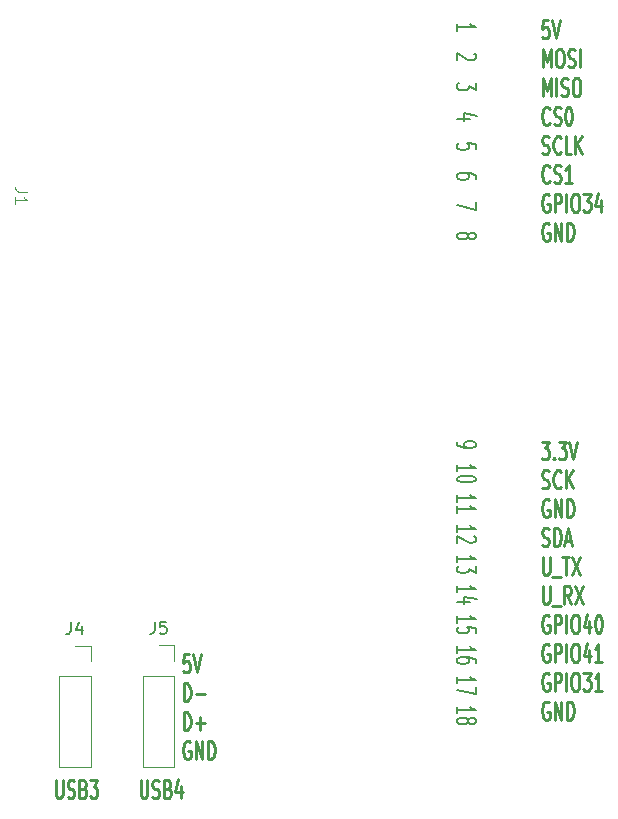
<source format=gbr>
%TF.GenerationSoftware,KiCad,Pcbnew,9.0.2*%
%TF.CreationDate,2025-06-12T08:57:52+10:00*%
%TF.ProjectId,F0-uConsole,46302d75-436f-46e7-936f-6c652e6b6963,rev?*%
%TF.SameCoordinates,Original*%
%TF.FileFunction,Legend,Top*%
%TF.FilePolarity,Positive*%
%FSLAX46Y46*%
G04 Gerber Fmt 4.6, Leading zero omitted, Abs format (unit mm)*
G04 Created by KiCad (PCBNEW 9.0.2) date 2025-06-12 08:57:52*
%MOMM*%
%LPD*%
G01*
G04 APERTURE LIST*
%ADD10C,0.250000*%
%ADD11C,0.200000*%
%ADD12C,0.150000*%
%ADD13C,0.100000*%
%ADD14C,0.120000*%
G04 APERTURE END LIST*
D10*
X151207330Y-83628163D02*
X151826377Y-83628163D01*
X151826377Y-83628163D02*
X151493044Y-84207211D01*
X151493044Y-84207211D02*
X151635901Y-84207211D01*
X151635901Y-84207211D02*
X151731139Y-84279592D01*
X151731139Y-84279592D02*
X151778758Y-84351973D01*
X151778758Y-84351973D02*
X151826377Y-84496735D01*
X151826377Y-84496735D02*
X151826377Y-84858640D01*
X151826377Y-84858640D02*
X151778758Y-85003402D01*
X151778758Y-85003402D02*
X151731139Y-85075783D01*
X151731139Y-85075783D02*
X151635901Y-85148163D01*
X151635901Y-85148163D02*
X151350187Y-85148163D01*
X151350187Y-85148163D02*
X151254949Y-85075783D01*
X151254949Y-85075783D02*
X151207330Y-85003402D01*
X152254949Y-85003402D02*
X152302568Y-85075783D01*
X152302568Y-85075783D02*
X152254949Y-85148163D01*
X152254949Y-85148163D02*
X152207330Y-85075783D01*
X152207330Y-85075783D02*
X152254949Y-85003402D01*
X152254949Y-85003402D02*
X152254949Y-85148163D01*
X152635901Y-83628163D02*
X153254948Y-83628163D01*
X153254948Y-83628163D02*
X152921615Y-84207211D01*
X152921615Y-84207211D02*
X153064472Y-84207211D01*
X153064472Y-84207211D02*
X153159710Y-84279592D01*
X153159710Y-84279592D02*
X153207329Y-84351973D01*
X153207329Y-84351973D02*
X153254948Y-84496735D01*
X153254948Y-84496735D02*
X153254948Y-84858640D01*
X153254948Y-84858640D02*
X153207329Y-85003402D01*
X153207329Y-85003402D02*
X153159710Y-85075783D01*
X153159710Y-85075783D02*
X153064472Y-85148163D01*
X153064472Y-85148163D02*
X152778758Y-85148163D01*
X152778758Y-85148163D02*
X152683520Y-85075783D01*
X152683520Y-85075783D02*
X152635901Y-85003402D01*
X153540663Y-83628163D02*
X153873996Y-85148163D01*
X153873996Y-85148163D02*
X154207329Y-83628163D01*
X151254949Y-87522898D02*
X151397806Y-87595278D01*
X151397806Y-87595278D02*
X151635901Y-87595278D01*
X151635901Y-87595278D02*
X151731139Y-87522898D01*
X151731139Y-87522898D02*
X151778758Y-87450517D01*
X151778758Y-87450517D02*
X151826377Y-87305755D01*
X151826377Y-87305755D02*
X151826377Y-87160993D01*
X151826377Y-87160993D02*
X151778758Y-87016231D01*
X151778758Y-87016231D02*
X151731139Y-86943850D01*
X151731139Y-86943850D02*
X151635901Y-86871469D01*
X151635901Y-86871469D02*
X151445425Y-86799088D01*
X151445425Y-86799088D02*
X151350187Y-86726707D01*
X151350187Y-86726707D02*
X151302568Y-86654326D01*
X151302568Y-86654326D02*
X151254949Y-86509564D01*
X151254949Y-86509564D02*
X151254949Y-86364802D01*
X151254949Y-86364802D02*
X151302568Y-86220040D01*
X151302568Y-86220040D02*
X151350187Y-86147659D01*
X151350187Y-86147659D02*
X151445425Y-86075278D01*
X151445425Y-86075278D02*
X151683520Y-86075278D01*
X151683520Y-86075278D02*
X151826377Y-86147659D01*
X152826377Y-87450517D02*
X152778758Y-87522898D01*
X152778758Y-87522898D02*
X152635901Y-87595278D01*
X152635901Y-87595278D02*
X152540663Y-87595278D01*
X152540663Y-87595278D02*
X152397806Y-87522898D01*
X152397806Y-87522898D02*
X152302568Y-87378136D01*
X152302568Y-87378136D02*
X152254949Y-87233374D01*
X152254949Y-87233374D02*
X152207330Y-86943850D01*
X152207330Y-86943850D02*
X152207330Y-86726707D01*
X152207330Y-86726707D02*
X152254949Y-86437183D01*
X152254949Y-86437183D02*
X152302568Y-86292421D01*
X152302568Y-86292421D02*
X152397806Y-86147659D01*
X152397806Y-86147659D02*
X152540663Y-86075278D01*
X152540663Y-86075278D02*
X152635901Y-86075278D01*
X152635901Y-86075278D02*
X152778758Y-86147659D01*
X152778758Y-86147659D02*
X152826377Y-86220040D01*
X153254949Y-87595278D02*
X153254949Y-86075278D01*
X153826377Y-87595278D02*
X153397806Y-86726707D01*
X153826377Y-86075278D02*
X153254949Y-86943850D01*
X151826377Y-88594774D02*
X151731139Y-88522393D01*
X151731139Y-88522393D02*
X151588282Y-88522393D01*
X151588282Y-88522393D02*
X151445425Y-88594774D01*
X151445425Y-88594774D02*
X151350187Y-88739536D01*
X151350187Y-88739536D02*
X151302568Y-88884298D01*
X151302568Y-88884298D02*
X151254949Y-89173822D01*
X151254949Y-89173822D02*
X151254949Y-89390965D01*
X151254949Y-89390965D02*
X151302568Y-89680489D01*
X151302568Y-89680489D02*
X151350187Y-89825251D01*
X151350187Y-89825251D02*
X151445425Y-89970013D01*
X151445425Y-89970013D02*
X151588282Y-90042393D01*
X151588282Y-90042393D02*
X151683520Y-90042393D01*
X151683520Y-90042393D02*
X151826377Y-89970013D01*
X151826377Y-89970013D02*
X151873996Y-89897632D01*
X151873996Y-89897632D02*
X151873996Y-89390965D01*
X151873996Y-89390965D02*
X151683520Y-89390965D01*
X152302568Y-90042393D02*
X152302568Y-88522393D01*
X152302568Y-88522393D02*
X152873996Y-90042393D01*
X152873996Y-90042393D02*
X152873996Y-88522393D01*
X153350187Y-90042393D02*
X153350187Y-88522393D01*
X153350187Y-88522393D02*
X153588282Y-88522393D01*
X153588282Y-88522393D02*
X153731139Y-88594774D01*
X153731139Y-88594774D02*
X153826377Y-88739536D01*
X153826377Y-88739536D02*
X153873996Y-88884298D01*
X153873996Y-88884298D02*
X153921615Y-89173822D01*
X153921615Y-89173822D02*
X153921615Y-89390965D01*
X153921615Y-89390965D02*
X153873996Y-89680489D01*
X153873996Y-89680489D02*
X153826377Y-89825251D01*
X153826377Y-89825251D02*
X153731139Y-89970013D01*
X153731139Y-89970013D02*
X153588282Y-90042393D01*
X153588282Y-90042393D02*
X153350187Y-90042393D01*
X151254949Y-92417128D02*
X151397806Y-92489508D01*
X151397806Y-92489508D02*
X151635901Y-92489508D01*
X151635901Y-92489508D02*
X151731139Y-92417128D01*
X151731139Y-92417128D02*
X151778758Y-92344747D01*
X151778758Y-92344747D02*
X151826377Y-92199985D01*
X151826377Y-92199985D02*
X151826377Y-92055223D01*
X151826377Y-92055223D02*
X151778758Y-91910461D01*
X151778758Y-91910461D02*
X151731139Y-91838080D01*
X151731139Y-91838080D02*
X151635901Y-91765699D01*
X151635901Y-91765699D02*
X151445425Y-91693318D01*
X151445425Y-91693318D02*
X151350187Y-91620937D01*
X151350187Y-91620937D02*
X151302568Y-91548556D01*
X151302568Y-91548556D02*
X151254949Y-91403794D01*
X151254949Y-91403794D02*
X151254949Y-91259032D01*
X151254949Y-91259032D02*
X151302568Y-91114270D01*
X151302568Y-91114270D02*
X151350187Y-91041889D01*
X151350187Y-91041889D02*
X151445425Y-90969508D01*
X151445425Y-90969508D02*
X151683520Y-90969508D01*
X151683520Y-90969508D02*
X151826377Y-91041889D01*
X152254949Y-92489508D02*
X152254949Y-90969508D01*
X152254949Y-90969508D02*
X152493044Y-90969508D01*
X152493044Y-90969508D02*
X152635901Y-91041889D01*
X152635901Y-91041889D02*
X152731139Y-91186651D01*
X152731139Y-91186651D02*
X152778758Y-91331413D01*
X152778758Y-91331413D02*
X152826377Y-91620937D01*
X152826377Y-91620937D02*
X152826377Y-91838080D01*
X152826377Y-91838080D02*
X152778758Y-92127604D01*
X152778758Y-92127604D02*
X152731139Y-92272366D01*
X152731139Y-92272366D02*
X152635901Y-92417128D01*
X152635901Y-92417128D02*
X152493044Y-92489508D01*
X152493044Y-92489508D02*
X152254949Y-92489508D01*
X153207330Y-92055223D02*
X153683520Y-92055223D01*
X153112092Y-92489508D02*
X153445425Y-90969508D01*
X153445425Y-90969508D02*
X153778758Y-92489508D01*
X151302568Y-93416623D02*
X151302568Y-94647100D01*
X151302568Y-94647100D02*
X151350187Y-94791862D01*
X151350187Y-94791862D02*
X151397806Y-94864243D01*
X151397806Y-94864243D02*
X151493044Y-94936623D01*
X151493044Y-94936623D02*
X151683520Y-94936623D01*
X151683520Y-94936623D02*
X151778758Y-94864243D01*
X151778758Y-94864243D02*
X151826377Y-94791862D01*
X151826377Y-94791862D02*
X151873996Y-94647100D01*
X151873996Y-94647100D02*
X151873996Y-93416623D01*
X152112092Y-95081385D02*
X152873996Y-95081385D01*
X152969235Y-93416623D02*
X153540663Y-93416623D01*
X153254949Y-94936623D02*
X153254949Y-93416623D01*
X153778759Y-93416623D02*
X154445425Y-94936623D01*
X154445425Y-93416623D02*
X153778759Y-94936623D01*
X151302568Y-95863738D02*
X151302568Y-97094215D01*
X151302568Y-97094215D02*
X151350187Y-97238977D01*
X151350187Y-97238977D02*
X151397806Y-97311358D01*
X151397806Y-97311358D02*
X151493044Y-97383738D01*
X151493044Y-97383738D02*
X151683520Y-97383738D01*
X151683520Y-97383738D02*
X151778758Y-97311358D01*
X151778758Y-97311358D02*
X151826377Y-97238977D01*
X151826377Y-97238977D02*
X151873996Y-97094215D01*
X151873996Y-97094215D02*
X151873996Y-95863738D01*
X152112092Y-97528500D02*
X152873996Y-97528500D01*
X153683520Y-97383738D02*
X153350187Y-96659929D01*
X153112092Y-97383738D02*
X153112092Y-95863738D01*
X153112092Y-95863738D02*
X153493044Y-95863738D01*
X153493044Y-95863738D02*
X153588282Y-95936119D01*
X153588282Y-95936119D02*
X153635901Y-96008500D01*
X153635901Y-96008500D02*
X153683520Y-96153262D01*
X153683520Y-96153262D02*
X153683520Y-96370405D01*
X153683520Y-96370405D02*
X153635901Y-96515167D01*
X153635901Y-96515167D02*
X153588282Y-96587548D01*
X153588282Y-96587548D02*
X153493044Y-96659929D01*
X153493044Y-96659929D02*
X153112092Y-96659929D01*
X154016854Y-95863738D02*
X154683520Y-97383738D01*
X154683520Y-95863738D02*
X154016854Y-97383738D01*
X151826377Y-98383234D02*
X151731139Y-98310853D01*
X151731139Y-98310853D02*
X151588282Y-98310853D01*
X151588282Y-98310853D02*
X151445425Y-98383234D01*
X151445425Y-98383234D02*
X151350187Y-98527996D01*
X151350187Y-98527996D02*
X151302568Y-98672758D01*
X151302568Y-98672758D02*
X151254949Y-98962282D01*
X151254949Y-98962282D02*
X151254949Y-99179425D01*
X151254949Y-99179425D02*
X151302568Y-99468949D01*
X151302568Y-99468949D02*
X151350187Y-99613711D01*
X151350187Y-99613711D02*
X151445425Y-99758473D01*
X151445425Y-99758473D02*
X151588282Y-99830853D01*
X151588282Y-99830853D02*
X151683520Y-99830853D01*
X151683520Y-99830853D02*
X151826377Y-99758473D01*
X151826377Y-99758473D02*
X151873996Y-99686092D01*
X151873996Y-99686092D02*
X151873996Y-99179425D01*
X151873996Y-99179425D02*
X151683520Y-99179425D01*
X152302568Y-99830853D02*
X152302568Y-98310853D01*
X152302568Y-98310853D02*
X152683520Y-98310853D01*
X152683520Y-98310853D02*
X152778758Y-98383234D01*
X152778758Y-98383234D02*
X152826377Y-98455615D01*
X152826377Y-98455615D02*
X152873996Y-98600377D01*
X152873996Y-98600377D02*
X152873996Y-98817520D01*
X152873996Y-98817520D02*
X152826377Y-98962282D01*
X152826377Y-98962282D02*
X152778758Y-99034663D01*
X152778758Y-99034663D02*
X152683520Y-99107044D01*
X152683520Y-99107044D02*
X152302568Y-99107044D01*
X153302568Y-99830853D02*
X153302568Y-98310853D01*
X153969234Y-98310853D02*
X154159710Y-98310853D01*
X154159710Y-98310853D02*
X154254948Y-98383234D01*
X154254948Y-98383234D02*
X154350186Y-98527996D01*
X154350186Y-98527996D02*
X154397805Y-98817520D01*
X154397805Y-98817520D02*
X154397805Y-99324187D01*
X154397805Y-99324187D02*
X154350186Y-99613711D01*
X154350186Y-99613711D02*
X154254948Y-99758473D01*
X154254948Y-99758473D02*
X154159710Y-99830853D01*
X154159710Y-99830853D02*
X153969234Y-99830853D01*
X153969234Y-99830853D02*
X153873996Y-99758473D01*
X153873996Y-99758473D02*
X153778758Y-99613711D01*
X153778758Y-99613711D02*
X153731139Y-99324187D01*
X153731139Y-99324187D02*
X153731139Y-98817520D01*
X153731139Y-98817520D02*
X153778758Y-98527996D01*
X153778758Y-98527996D02*
X153873996Y-98383234D01*
X153873996Y-98383234D02*
X153969234Y-98310853D01*
X155254948Y-98817520D02*
X155254948Y-99830853D01*
X155016853Y-98238473D02*
X154778758Y-99324187D01*
X154778758Y-99324187D02*
X155397805Y-99324187D01*
X155969234Y-98310853D02*
X156064472Y-98310853D01*
X156064472Y-98310853D02*
X156159710Y-98383234D01*
X156159710Y-98383234D02*
X156207329Y-98455615D01*
X156207329Y-98455615D02*
X156254948Y-98600377D01*
X156254948Y-98600377D02*
X156302567Y-98889901D01*
X156302567Y-98889901D02*
X156302567Y-99251806D01*
X156302567Y-99251806D02*
X156254948Y-99541330D01*
X156254948Y-99541330D02*
X156207329Y-99686092D01*
X156207329Y-99686092D02*
X156159710Y-99758473D01*
X156159710Y-99758473D02*
X156064472Y-99830853D01*
X156064472Y-99830853D02*
X155969234Y-99830853D01*
X155969234Y-99830853D02*
X155873996Y-99758473D01*
X155873996Y-99758473D02*
X155826377Y-99686092D01*
X155826377Y-99686092D02*
X155778758Y-99541330D01*
X155778758Y-99541330D02*
X155731139Y-99251806D01*
X155731139Y-99251806D02*
X155731139Y-98889901D01*
X155731139Y-98889901D02*
X155778758Y-98600377D01*
X155778758Y-98600377D02*
X155826377Y-98455615D01*
X155826377Y-98455615D02*
X155873996Y-98383234D01*
X155873996Y-98383234D02*
X155969234Y-98310853D01*
X151826377Y-100830349D02*
X151731139Y-100757968D01*
X151731139Y-100757968D02*
X151588282Y-100757968D01*
X151588282Y-100757968D02*
X151445425Y-100830349D01*
X151445425Y-100830349D02*
X151350187Y-100975111D01*
X151350187Y-100975111D02*
X151302568Y-101119873D01*
X151302568Y-101119873D02*
X151254949Y-101409397D01*
X151254949Y-101409397D02*
X151254949Y-101626540D01*
X151254949Y-101626540D02*
X151302568Y-101916064D01*
X151302568Y-101916064D02*
X151350187Y-102060826D01*
X151350187Y-102060826D02*
X151445425Y-102205588D01*
X151445425Y-102205588D02*
X151588282Y-102277968D01*
X151588282Y-102277968D02*
X151683520Y-102277968D01*
X151683520Y-102277968D02*
X151826377Y-102205588D01*
X151826377Y-102205588D02*
X151873996Y-102133207D01*
X151873996Y-102133207D02*
X151873996Y-101626540D01*
X151873996Y-101626540D02*
X151683520Y-101626540D01*
X152302568Y-102277968D02*
X152302568Y-100757968D01*
X152302568Y-100757968D02*
X152683520Y-100757968D01*
X152683520Y-100757968D02*
X152778758Y-100830349D01*
X152778758Y-100830349D02*
X152826377Y-100902730D01*
X152826377Y-100902730D02*
X152873996Y-101047492D01*
X152873996Y-101047492D02*
X152873996Y-101264635D01*
X152873996Y-101264635D02*
X152826377Y-101409397D01*
X152826377Y-101409397D02*
X152778758Y-101481778D01*
X152778758Y-101481778D02*
X152683520Y-101554159D01*
X152683520Y-101554159D02*
X152302568Y-101554159D01*
X153302568Y-102277968D02*
X153302568Y-100757968D01*
X153969234Y-100757968D02*
X154159710Y-100757968D01*
X154159710Y-100757968D02*
X154254948Y-100830349D01*
X154254948Y-100830349D02*
X154350186Y-100975111D01*
X154350186Y-100975111D02*
X154397805Y-101264635D01*
X154397805Y-101264635D02*
X154397805Y-101771302D01*
X154397805Y-101771302D02*
X154350186Y-102060826D01*
X154350186Y-102060826D02*
X154254948Y-102205588D01*
X154254948Y-102205588D02*
X154159710Y-102277968D01*
X154159710Y-102277968D02*
X153969234Y-102277968D01*
X153969234Y-102277968D02*
X153873996Y-102205588D01*
X153873996Y-102205588D02*
X153778758Y-102060826D01*
X153778758Y-102060826D02*
X153731139Y-101771302D01*
X153731139Y-101771302D02*
X153731139Y-101264635D01*
X153731139Y-101264635D02*
X153778758Y-100975111D01*
X153778758Y-100975111D02*
X153873996Y-100830349D01*
X153873996Y-100830349D02*
X153969234Y-100757968D01*
X155254948Y-101264635D02*
X155254948Y-102277968D01*
X155016853Y-100685588D02*
X154778758Y-101771302D01*
X154778758Y-101771302D02*
X155397805Y-101771302D01*
X156302567Y-102277968D02*
X155731139Y-102277968D01*
X156016853Y-102277968D02*
X156016853Y-100757968D01*
X156016853Y-100757968D02*
X155921615Y-100975111D01*
X155921615Y-100975111D02*
X155826377Y-101119873D01*
X155826377Y-101119873D02*
X155731139Y-101192254D01*
X151826377Y-103277464D02*
X151731139Y-103205083D01*
X151731139Y-103205083D02*
X151588282Y-103205083D01*
X151588282Y-103205083D02*
X151445425Y-103277464D01*
X151445425Y-103277464D02*
X151350187Y-103422226D01*
X151350187Y-103422226D02*
X151302568Y-103566988D01*
X151302568Y-103566988D02*
X151254949Y-103856512D01*
X151254949Y-103856512D02*
X151254949Y-104073655D01*
X151254949Y-104073655D02*
X151302568Y-104363179D01*
X151302568Y-104363179D02*
X151350187Y-104507941D01*
X151350187Y-104507941D02*
X151445425Y-104652703D01*
X151445425Y-104652703D02*
X151588282Y-104725083D01*
X151588282Y-104725083D02*
X151683520Y-104725083D01*
X151683520Y-104725083D02*
X151826377Y-104652703D01*
X151826377Y-104652703D02*
X151873996Y-104580322D01*
X151873996Y-104580322D02*
X151873996Y-104073655D01*
X151873996Y-104073655D02*
X151683520Y-104073655D01*
X152302568Y-104725083D02*
X152302568Y-103205083D01*
X152302568Y-103205083D02*
X152683520Y-103205083D01*
X152683520Y-103205083D02*
X152778758Y-103277464D01*
X152778758Y-103277464D02*
X152826377Y-103349845D01*
X152826377Y-103349845D02*
X152873996Y-103494607D01*
X152873996Y-103494607D02*
X152873996Y-103711750D01*
X152873996Y-103711750D02*
X152826377Y-103856512D01*
X152826377Y-103856512D02*
X152778758Y-103928893D01*
X152778758Y-103928893D02*
X152683520Y-104001274D01*
X152683520Y-104001274D02*
X152302568Y-104001274D01*
X153302568Y-104725083D02*
X153302568Y-103205083D01*
X153969234Y-103205083D02*
X154159710Y-103205083D01*
X154159710Y-103205083D02*
X154254948Y-103277464D01*
X154254948Y-103277464D02*
X154350186Y-103422226D01*
X154350186Y-103422226D02*
X154397805Y-103711750D01*
X154397805Y-103711750D02*
X154397805Y-104218417D01*
X154397805Y-104218417D02*
X154350186Y-104507941D01*
X154350186Y-104507941D02*
X154254948Y-104652703D01*
X154254948Y-104652703D02*
X154159710Y-104725083D01*
X154159710Y-104725083D02*
X153969234Y-104725083D01*
X153969234Y-104725083D02*
X153873996Y-104652703D01*
X153873996Y-104652703D02*
X153778758Y-104507941D01*
X153778758Y-104507941D02*
X153731139Y-104218417D01*
X153731139Y-104218417D02*
X153731139Y-103711750D01*
X153731139Y-103711750D02*
X153778758Y-103422226D01*
X153778758Y-103422226D02*
X153873996Y-103277464D01*
X153873996Y-103277464D02*
X153969234Y-103205083D01*
X154731139Y-103205083D02*
X155350186Y-103205083D01*
X155350186Y-103205083D02*
X155016853Y-103784131D01*
X155016853Y-103784131D02*
X155159710Y-103784131D01*
X155159710Y-103784131D02*
X155254948Y-103856512D01*
X155254948Y-103856512D02*
X155302567Y-103928893D01*
X155302567Y-103928893D02*
X155350186Y-104073655D01*
X155350186Y-104073655D02*
X155350186Y-104435560D01*
X155350186Y-104435560D02*
X155302567Y-104580322D01*
X155302567Y-104580322D02*
X155254948Y-104652703D01*
X155254948Y-104652703D02*
X155159710Y-104725083D01*
X155159710Y-104725083D02*
X154873996Y-104725083D01*
X154873996Y-104725083D02*
X154778758Y-104652703D01*
X154778758Y-104652703D02*
X154731139Y-104580322D01*
X156302567Y-104725083D02*
X155731139Y-104725083D01*
X156016853Y-104725083D02*
X156016853Y-103205083D01*
X156016853Y-103205083D02*
X155921615Y-103422226D01*
X155921615Y-103422226D02*
X155826377Y-103566988D01*
X155826377Y-103566988D02*
X155731139Y-103639369D01*
X151826377Y-105724579D02*
X151731139Y-105652198D01*
X151731139Y-105652198D02*
X151588282Y-105652198D01*
X151588282Y-105652198D02*
X151445425Y-105724579D01*
X151445425Y-105724579D02*
X151350187Y-105869341D01*
X151350187Y-105869341D02*
X151302568Y-106014103D01*
X151302568Y-106014103D02*
X151254949Y-106303627D01*
X151254949Y-106303627D02*
X151254949Y-106520770D01*
X151254949Y-106520770D02*
X151302568Y-106810294D01*
X151302568Y-106810294D02*
X151350187Y-106955056D01*
X151350187Y-106955056D02*
X151445425Y-107099818D01*
X151445425Y-107099818D02*
X151588282Y-107172198D01*
X151588282Y-107172198D02*
X151683520Y-107172198D01*
X151683520Y-107172198D02*
X151826377Y-107099818D01*
X151826377Y-107099818D02*
X151873996Y-107027437D01*
X151873996Y-107027437D02*
X151873996Y-106520770D01*
X151873996Y-106520770D02*
X151683520Y-106520770D01*
X152302568Y-107172198D02*
X152302568Y-105652198D01*
X152302568Y-105652198D02*
X152873996Y-107172198D01*
X152873996Y-107172198D02*
X152873996Y-105652198D01*
X153350187Y-107172198D02*
X153350187Y-105652198D01*
X153350187Y-105652198D02*
X153588282Y-105652198D01*
X153588282Y-105652198D02*
X153731139Y-105724579D01*
X153731139Y-105724579D02*
X153826377Y-105869341D01*
X153826377Y-105869341D02*
X153873996Y-106014103D01*
X153873996Y-106014103D02*
X153921615Y-106303627D01*
X153921615Y-106303627D02*
X153921615Y-106520770D01*
X153921615Y-106520770D02*
X153873996Y-106810294D01*
X153873996Y-106810294D02*
X153826377Y-106955056D01*
X153826377Y-106955056D02*
X153731139Y-107099818D01*
X153731139Y-107099818D02*
X153588282Y-107172198D01*
X153588282Y-107172198D02*
X153350187Y-107172198D01*
X110072568Y-112290980D02*
X110072568Y-113521457D01*
X110072568Y-113521457D02*
X110120187Y-113666219D01*
X110120187Y-113666219D02*
X110167806Y-113738600D01*
X110167806Y-113738600D02*
X110263044Y-113810980D01*
X110263044Y-113810980D02*
X110453520Y-113810980D01*
X110453520Y-113810980D02*
X110548758Y-113738600D01*
X110548758Y-113738600D02*
X110596377Y-113666219D01*
X110596377Y-113666219D02*
X110643996Y-113521457D01*
X110643996Y-113521457D02*
X110643996Y-112290980D01*
X111072568Y-113738600D02*
X111215425Y-113810980D01*
X111215425Y-113810980D02*
X111453520Y-113810980D01*
X111453520Y-113810980D02*
X111548758Y-113738600D01*
X111548758Y-113738600D02*
X111596377Y-113666219D01*
X111596377Y-113666219D02*
X111643996Y-113521457D01*
X111643996Y-113521457D02*
X111643996Y-113376695D01*
X111643996Y-113376695D02*
X111596377Y-113231933D01*
X111596377Y-113231933D02*
X111548758Y-113159552D01*
X111548758Y-113159552D02*
X111453520Y-113087171D01*
X111453520Y-113087171D02*
X111263044Y-113014790D01*
X111263044Y-113014790D02*
X111167806Y-112942409D01*
X111167806Y-112942409D02*
X111120187Y-112870028D01*
X111120187Y-112870028D02*
X111072568Y-112725266D01*
X111072568Y-112725266D02*
X111072568Y-112580504D01*
X111072568Y-112580504D02*
X111120187Y-112435742D01*
X111120187Y-112435742D02*
X111167806Y-112363361D01*
X111167806Y-112363361D02*
X111263044Y-112290980D01*
X111263044Y-112290980D02*
X111501139Y-112290980D01*
X111501139Y-112290980D02*
X111643996Y-112363361D01*
X112405901Y-113014790D02*
X112548758Y-113087171D01*
X112548758Y-113087171D02*
X112596377Y-113159552D01*
X112596377Y-113159552D02*
X112643996Y-113304314D01*
X112643996Y-113304314D02*
X112643996Y-113521457D01*
X112643996Y-113521457D02*
X112596377Y-113666219D01*
X112596377Y-113666219D02*
X112548758Y-113738600D01*
X112548758Y-113738600D02*
X112453520Y-113810980D01*
X112453520Y-113810980D02*
X112072568Y-113810980D01*
X112072568Y-113810980D02*
X112072568Y-112290980D01*
X112072568Y-112290980D02*
X112405901Y-112290980D01*
X112405901Y-112290980D02*
X112501139Y-112363361D01*
X112501139Y-112363361D02*
X112548758Y-112435742D01*
X112548758Y-112435742D02*
X112596377Y-112580504D01*
X112596377Y-112580504D02*
X112596377Y-112725266D01*
X112596377Y-112725266D02*
X112548758Y-112870028D01*
X112548758Y-112870028D02*
X112501139Y-112942409D01*
X112501139Y-112942409D02*
X112405901Y-113014790D01*
X112405901Y-113014790D02*
X112072568Y-113014790D01*
X112977330Y-112290980D02*
X113596377Y-112290980D01*
X113596377Y-112290980D02*
X113263044Y-112870028D01*
X113263044Y-112870028D02*
X113405901Y-112870028D01*
X113405901Y-112870028D02*
X113501139Y-112942409D01*
X113501139Y-112942409D02*
X113548758Y-113014790D01*
X113548758Y-113014790D02*
X113596377Y-113159552D01*
X113596377Y-113159552D02*
X113596377Y-113521457D01*
X113596377Y-113521457D02*
X113548758Y-113666219D01*
X113548758Y-113666219D02*
X113501139Y-113738600D01*
X113501139Y-113738600D02*
X113405901Y-113810980D01*
X113405901Y-113810980D02*
X113120187Y-113810980D01*
X113120187Y-113810980D02*
X113024949Y-113738600D01*
X113024949Y-113738600D02*
X112977330Y-113666219D01*
D11*
X144077884Y-83705700D02*
X144077884Y-83888557D01*
X144077884Y-83888557D02*
X144151218Y-83979986D01*
X144151218Y-83979986D02*
X144224551Y-84025700D01*
X144224551Y-84025700D02*
X144444551Y-84117129D01*
X144444551Y-84117129D02*
X144737884Y-84162843D01*
X144737884Y-84162843D02*
X145324551Y-84162843D01*
X145324551Y-84162843D02*
X145471218Y-84117129D01*
X145471218Y-84117129D02*
X145544551Y-84071415D01*
X145544551Y-84071415D02*
X145617884Y-83979986D01*
X145617884Y-83979986D02*
X145617884Y-83797129D01*
X145617884Y-83797129D02*
X145544551Y-83705700D01*
X145544551Y-83705700D02*
X145471218Y-83659986D01*
X145471218Y-83659986D02*
X145324551Y-83614272D01*
X145324551Y-83614272D02*
X144957884Y-83614272D01*
X144957884Y-83614272D02*
X144811218Y-83659986D01*
X144811218Y-83659986D02*
X144737884Y-83705700D01*
X144737884Y-83705700D02*
X144664551Y-83797129D01*
X144664551Y-83797129D02*
X144664551Y-83979986D01*
X144664551Y-83979986D02*
X144737884Y-84071415D01*
X144737884Y-84071415D02*
X144811218Y-84117129D01*
X144811218Y-84117129D02*
X144957884Y-84162843D01*
D10*
X117242568Y-112290980D02*
X117242568Y-113521457D01*
X117242568Y-113521457D02*
X117290187Y-113666219D01*
X117290187Y-113666219D02*
X117337806Y-113738600D01*
X117337806Y-113738600D02*
X117433044Y-113810980D01*
X117433044Y-113810980D02*
X117623520Y-113810980D01*
X117623520Y-113810980D02*
X117718758Y-113738600D01*
X117718758Y-113738600D02*
X117766377Y-113666219D01*
X117766377Y-113666219D02*
X117813996Y-113521457D01*
X117813996Y-113521457D02*
X117813996Y-112290980D01*
X118242568Y-113738600D02*
X118385425Y-113810980D01*
X118385425Y-113810980D02*
X118623520Y-113810980D01*
X118623520Y-113810980D02*
X118718758Y-113738600D01*
X118718758Y-113738600D02*
X118766377Y-113666219D01*
X118766377Y-113666219D02*
X118813996Y-113521457D01*
X118813996Y-113521457D02*
X118813996Y-113376695D01*
X118813996Y-113376695D02*
X118766377Y-113231933D01*
X118766377Y-113231933D02*
X118718758Y-113159552D01*
X118718758Y-113159552D02*
X118623520Y-113087171D01*
X118623520Y-113087171D02*
X118433044Y-113014790D01*
X118433044Y-113014790D02*
X118337806Y-112942409D01*
X118337806Y-112942409D02*
X118290187Y-112870028D01*
X118290187Y-112870028D02*
X118242568Y-112725266D01*
X118242568Y-112725266D02*
X118242568Y-112580504D01*
X118242568Y-112580504D02*
X118290187Y-112435742D01*
X118290187Y-112435742D02*
X118337806Y-112363361D01*
X118337806Y-112363361D02*
X118433044Y-112290980D01*
X118433044Y-112290980D02*
X118671139Y-112290980D01*
X118671139Y-112290980D02*
X118813996Y-112363361D01*
X119575901Y-113014790D02*
X119718758Y-113087171D01*
X119718758Y-113087171D02*
X119766377Y-113159552D01*
X119766377Y-113159552D02*
X119813996Y-113304314D01*
X119813996Y-113304314D02*
X119813996Y-113521457D01*
X119813996Y-113521457D02*
X119766377Y-113666219D01*
X119766377Y-113666219D02*
X119718758Y-113738600D01*
X119718758Y-113738600D02*
X119623520Y-113810980D01*
X119623520Y-113810980D02*
X119242568Y-113810980D01*
X119242568Y-113810980D02*
X119242568Y-112290980D01*
X119242568Y-112290980D02*
X119575901Y-112290980D01*
X119575901Y-112290980D02*
X119671139Y-112363361D01*
X119671139Y-112363361D02*
X119718758Y-112435742D01*
X119718758Y-112435742D02*
X119766377Y-112580504D01*
X119766377Y-112580504D02*
X119766377Y-112725266D01*
X119766377Y-112725266D02*
X119718758Y-112870028D01*
X119718758Y-112870028D02*
X119671139Y-112942409D01*
X119671139Y-112942409D02*
X119575901Y-113014790D01*
X119575901Y-113014790D02*
X119242568Y-113014790D01*
X120671139Y-112797647D02*
X120671139Y-113810980D01*
X120433044Y-112218600D02*
X120194949Y-113304314D01*
X120194949Y-113304314D02*
X120813996Y-113304314D01*
D11*
X144077884Y-48839983D02*
X144077884Y-48257126D01*
X144077884Y-48548555D02*
X145617884Y-48548555D01*
X145617884Y-48548555D02*
X145397884Y-48451412D01*
X145397884Y-48451412D02*
X145251218Y-48354269D01*
X145251218Y-48354269D02*
X145177884Y-48257126D01*
X145471218Y-50782841D02*
X145544551Y-50831413D01*
X145544551Y-50831413D02*
X145617884Y-50928556D01*
X145617884Y-50928556D02*
X145617884Y-51171413D01*
X145617884Y-51171413D02*
X145544551Y-51268556D01*
X145544551Y-51268556D02*
X145471218Y-51317127D01*
X145471218Y-51317127D02*
X145324551Y-51365698D01*
X145324551Y-51365698D02*
X145177884Y-51365698D01*
X145177884Y-51365698D02*
X144957884Y-51317127D01*
X144957884Y-51317127D02*
X144077884Y-50734270D01*
X144077884Y-50734270D02*
X144077884Y-51365698D01*
X145617884Y-53259985D02*
X145617884Y-53891413D01*
X145617884Y-53891413D02*
X145031218Y-53551413D01*
X145031218Y-53551413D02*
X145031218Y-53697128D01*
X145031218Y-53697128D02*
X144957884Y-53794271D01*
X144957884Y-53794271D02*
X144884551Y-53842842D01*
X144884551Y-53842842D02*
X144737884Y-53891413D01*
X144737884Y-53891413D02*
X144371218Y-53891413D01*
X144371218Y-53891413D02*
X144224551Y-53842842D01*
X144224551Y-53842842D02*
X144151218Y-53794271D01*
X144151218Y-53794271D02*
X144077884Y-53697128D01*
X144077884Y-53697128D02*
X144077884Y-53405699D01*
X144077884Y-53405699D02*
X144151218Y-53308556D01*
X144151218Y-53308556D02*
X144224551Y-53259985D01*
X145104551Y-56319986D02*
X144077884Y-56319986D01*
X145691218Y-56077128D02*
X144591218Y-55834271D01*
X144591218Y-55834271D02*
X144591218Y-56465700D01*
X145617884Y-58894272D02*
X145617884Y-58408558D01*
X145617884Y-58408558D02*
X144884551Y-58359986D01*
X144884551Y-58359986D02*
X144957884Y-58408558D01*
X144957884Y-58408558D02*
X145031218Y-58505701D01*
X145031218Y-58505701D02*
X145031218Y-58748558D01*
X145031218Y-58748558D02*
X144957884Y-58845701D01*
X144957884Y-58845701D02*
X144884551Y-58894272D01*
X144884551Y-58894272D02*
X144737884Y-58942843D01*
X144737884Y-58942843D02*
X144371218Y-58942843D01*
X144371218Y-58942843D02*
X144224551Y-58894272D01*
X144224551Y-58894272D02*
X144151218Y-58845701D01*
X144151218Y-58845701D02*
X144077884Y-58748558D01*
X144077884Y-58748558D02*
X144077884Y-58505701D01*
X144077884Y-58505701D02*
X144151218Y-58408558D01*
X144151218Y-58408558D02*
X144224551Y-58359986D01*
X145617884Y-61371416D02*
X145617884Y-61177130D01*
X145617884Y-61177130D02*
X145544551Y-61079987D01*
X145544551Y-61079987D02*
X145471218Y-61031416D01*
X145471218Y-61031416D02*
X145251218Y-60934273D01*
X145251218Y-60934273D02*
X144957884Y-60885701D01*
X144957884Y-60885701D02*
X144371218Y-60885701D01*
X144371218Y-60885701D02*
X144224551Y-60934273D01*
X144224551Y-60934273D02*
X144151218Y-60982844D01*
X144151218Y-60982844D02*
X144077884Y-61079987D01*
X144077884Y-61079987D02*
X144077884Y-61274273D01*
X144077884Y-61274273D02*
X144151218Y-61371416D01*
X144151218Y-61371416D02*
X144224551Y-61419987D01*
X144224551Y-61419987D02*
X144371218Y-61468558D01*
X144371218Y-61468558D02*
X144737884Y-61468558D01*
X144737884Y-61468558D02*
X144884551Y-61419987D01*
X144884551Y-61419987D02*
X144957884Y-61371416D01*
X144957884Y-61371416D02*
X145031218Y-61274273D01*
X145031218Y-61274273D02*
X145031218Y-61079987D01*
X145031218Y-61079987D02*
X144957884Y-60982844D01*
X144957884Y-60982844D02*
X144884551Y-60934273D01*
X144884551Y-60934273D02*
X144737884Y-60885701D01*
X145617884Y-63362845D02*
X145617884Y-64042845D01*
X145617884Y-64042845D02*
X144077884Y-63605702D01*
X144957884Y-66131417D02*
X145031218Y-66034274D01*
X145031218Y-66034274D02*
X145104551Y-65985703D01*
X145104551Y-65985703D02*
X145251218Y-65937131D01*
X145251218Y-65937131D02*
X145324551Y-65937131D01*
X145324551Y-65937131D02*
X145471218Y-65985703D01*
X145471218Y-65985703D02*
X145544551Y-66034274D01*
X145544551Y-66034274D02*
X145617884Y-66131417D01*
X145617884Y-66131417D02*
X145617884Y-66325703D01*
X145617884Y-66325703D02*
X145544551Y-66422846D01*
X145544551Y-66422846D02*
X145471218Y-66471417D01*
X145471218Y-66471417D02*
X145324551Y-66519988D01*
X145324551Y-66519988D02*
X145251218Y-66519988D01*
X145251218Y-66519988D02*
X145104551Y-66471417D01*
X145104551Y-66471417D02*
X145031218Y-66422846D01*
X145031218Y-66422846D02*
X144957884Y-66325703D01*
X144957884Y-66325703D02*
X144957884Y-66131417D01*
X144957884Y-66131417D02*
X144884551Y-66034274D01*
X144884551Y-66034274D02*
X144811218Y-65985703D01*
X144811218Y-65985703D02*
X144664551Y-65937131D01*
X144664551Y-65937131D02*
X144371218Y-65937131D01*
X144371218Y-65937131D02*
X144224551Y-65985703D01*
X144224551Y-65985703D02*
X144151218Y-66034274D01*
X144151218Y-66034274D02*
X144077884Y-66131417D01*
X144077884Y-66131417D02*
X144077884Y-66325703D01*
X144077884Y-66325703D02*
X144151218Y-66422846D01*
X144151218Y-66422846D02*
X144224551Y-66471417D01*
X144224551Y-66471417D02*
X144371218Y-66519988D01*
X144371218Y-66519988D02*
X144664551Y-66519988D01*
X144664551Y-66519988D02*
X144811218Y-66471417D01*
X144811218Y-66471417D02*
X144884551Y-66422846D01*
X144884551Y-66422846D02*
X144957884Y-66325703D01*
D10*
X121378758Y-101659635D02*
X120902568Y-101659635D01*
X120902568Y-101659635D02*
X120854949Y-102383445D01*
X120854949Y-102383445D02*
X120902568Y-102311064D01*
X120902568Y-102311064D02*
X120997806Y-102238683D01*
X120997806Y-102238683D02*
X121235901Y-102238683D01*
X121235901Y-102238683D02*
X121331139Y-102311064D01*
X121331139Y-102311064D02*
X121378758Y-102383445D01*
X121378758Y-102383445D02*
X121426377Y-102528207D01*
X121426377Y-102528207D02*
X121426377Y-102890112D01*
X121426377Y-102890112D02*
X121378758Y-103034874D01*
X121378758Y-103034874D02*
X121331139Y-103107255D01*
X121331139Y-103107255D02*
X121235901Y-103179635D01*
X121235901Y-103179635D02*
X120997806Y-103179635D01*
X120997806Y-103179635D02*
X120902568Y-103107255D01*
X120902568Y-103107255D02*
X120854949Y-103034874D01*
X121712092Y-101659635D02*
X122045425Y-103179635D01*
X122045425Y-103179635D02*
X122378758Y-101659635D01*
X120902568Y-105626750D02*
X120902568Y-104106750D01*
X120902568Y-104106750D02*
X121140663Y-104106750D01*
X121140663Y-104106750D02*
X121283520Y-104179131D01*
X121283520Y-104179131D02*
X121378758Y-104323893D01*
X121378758Y-104323893D02*
X121426377Y-104468655D01*
X121426377Y-104468655D02*
X121473996Y-104758179D01*
X121473996Y-104758179D02*
X121473996Y-104975322D01*
X121473996Y-104975322D02*
X121426377Y-105264846D01*
X121426377Y-105264846D02*
X121378758Y-105409608D01*
X121378758Y-105409608D02*
X121283520Y-105554370D01*
X121283520Y-105554370D02*
X121140663Y-105626750D01*
X121140663Y-105626750D02*
X120902568Y-105626750D01*
X121902568Y-105047703D02*
X122664473Y-105047703D01*
X120902568Y-108073865D02*
X120902568Y-106553865D01*
X120902568Y-106553865D02*
X121140663Y-106553865D01*
X121140663Y-106553865D02*
X121283520Y-106626246D01*
X121283520Y-106626246D02*
X121378758Y-106771008D01*
X121378758Y-106771008D02*
X121426377Y-106915770D01*
X121426377Y-106915770D02*
X121473996Y-107205294D01*
X121473996Y-107205294D02*
X121473996Y-107422437D01*
X121473996Y-107422437D02*
X121426377Y-107711961D01*
X121426377Y-107711961D02*
X121378758Y-107856723D01*
X121378758Y-107856723D02*
X121283520Y-108001485D01*
X121283520Y-108001485D02*
X121140663Y-108073865D01*
X121140663Y-108073865D02*
X120902568Y-108073865D01*
X121902568Y-107494818D02*
X122664473Y-107494818D01*
X122283520Y-108073865D02*
X122283520Y-106915770D01*
X121426377Y-109073361D02*
X121331139Y-109000980D01*
X121331139Y-109000980D02*
X121188282Y-109000980D01*
X121188282Y-109000980D02*
X121045425Y-109073361D01*
X121045425Y-109073361D02*
X120950187Y-109218123D01*
X120950187Y-109218123D02*
X120902568Y-109362885D01*
X120902568Y-109362885D02*
X120854949Y-109652409D01*
X120854949Y-109652409D02*
X120854949Y-109869552D01*
X120854949Y-109869552D02*
X120902568Y-110159076D01*
X120902568Y-110159076D02*
X120950187Y-110303838D01*
X120950187Y-110303838D02*
X121045425Y-110448600D01*
X121045425Y-110448600D02*
X121188282Y-110520980D01*
X121188282Y-110520980D02*
X121283520Y-110520980D01*
X121283520Y-110520980D02*
X121426377Y-110448600D01*
X121426377Y-110448600D02*
X121473996Y-110376219D01*
X121473996Y-110376219D02*
X121473996Y-109869552D01*
X121473996Y-109869552D02*
X121283520Y-109869552D01*
X121902568Y-110520980D02*
X121902568Y-109000980D01*
X121902568Y-109000980D02*
X122473996Y-110520980D01*
X122473996Y-110520980D02*
X122473996Y-109000980D01*
X122950187Y-110520980D02*
X122950187Y-109000980D01*
X122950187Y-109000980D02*
X123188282Y-109000980D01*
X123188282Y-109000980D02*
X123331139Y-109073361D01*
X123331139Y-109073361D02*
X123426377Y-109218123D01*
X123426377Y-109218123D02*
X123473996Y-109362885D01*
X123473996Y-109362885D02*
X123521615Y-109652409D01*
X123521615Y-109652409D02*
X123521615Y-109869552D01*
X123521615Y-109869552D02*
X123473996Y-110159076D01*
X123473996Y-110159076D02*
X123426377Y-110303838D01*
X123426377Y-110303838D02*
X123331139Y-110448600D01*
X123331139Y-110448600D02*
X123188282Y-110520980D01*
X123188282Y-110520980D02*
X122950187Y-110520980D01*
X151778758Y-47975278D02*
X151302568Y-47975278D01*
X151302568Y-47975278D02*
X151254949Y-48699088D01*
X151254949Y-48699088D02*
X151302568Y-48626707D01*
X151302568Y-48626707D02*
X151397806Y-48554326D01*
X151397806Y-48554326D02*
X151635901Y-48554326D01*
X151635901Y-48554326D02*
X151731139Y-48626707D01*
X151731139Y-48626707D02*
X151778758Y-48699088D01*
X151778758Y-48699088D02*
X151826377Y-48843850D01*
X151826377Y-48843850D02*
X151826377Y-49205755D01*
X151826377Y-49205755D02*
X151778758Y-49350517D01*
X151778758Y-49350517D02*
X151731139Y-49422898D01*
X151731139Y-49422898D02*
X151635901Y-49495278D01*
X151635901Y-49495278D02*
X151397806Y-49495278D01*
X151397806Y-49495278D02*
X151302568Y-49422898D01*
X151302568Y-49422898D02*
X151254949Y-49350517D01*
X152112092Y-47975278D02*
X152445425Y-49495278D01*
X152445425Y-49495278D02*
X152778758Y-47975278D01*
X151302568Y-51942393D02*
X151302568Y-50422393D01*
X151302568Y-50422393D02*
X151635901Y-51508108D01*
X151635901Y-51508108D02*
X151969234Y-50422393D01*
X151969234Y-50422393D02*
X151969234Y-51942393D01*
X152635901Y-50422393D02*
X152826377Y-50422393D01*
X152826377Y-50422393D02*
X152921615Y-50494774D01*
X152921615Y-50494774D02*
X153016853Y-50639536D01*
X153016853Y-50639536D02*
X153064472Y-50929060D01*
X153064472Y-50929060D02*
X153064472Y-51435727D01*
X153064472Y-51435727D02*
X153016853Y-51725251D01*
X153016853Y-51725251D02*
X152921615Y-51870013D01*
X152921615Y-51870013D02*
X152826377Y-51942393D01*
X152826377Y-51942393D02*
X152635901Y-51942393D01*
X152635901Y-51942393D02*
X152540663Y-51870013D01*
X152540663Y-51870013D02*
X152445425Y-51725251D01*
X152445425Y-51725251D02*
X152397806Y-51435727D01*
X152397806Y-51435727D02*
X152397806Y-50929060D01*
X152397806Y-50929060D02*
X152445425Y-50639536D01*
X152445425Y-50639536D02*
X152540663Y-50494774D01*
X152540663Y-50494774D02*
X152635901Y-50422393D01*
X153445425Y-51870013D02*
X153588282Y-51942393D01*
X153588282Y-51942393D02*
X153826377Y-51942393D01*
X153826377Y-51942393D02*
X153921615Y-51870013D01*
X153921615Y-51870013D02*
X153969234Y-51797632D01*
X153969234Y-51797632D02*
X154016853Y-51652870D01*
X154016853Y-51652870D02*
X154016853Y-51508108D01*
X154016853Y-51508108D02*
X153969234Y-51363346D01*
X153969234Y-51363346D02*
X153921615Y-51290965D01*
X153921615Y-51290965D02*
X153826377Y-51218584D01*
X153826377Y-51218584D02*
X153635901Y-51146203D01*
X153635901Y-51146203D02*
X153540663Y-51073822D01*
X153540663Y-51073822D02*
X153493044Y-51001441D01*
X153493044Y-51001441D02*
X153445425Y-50856679D01*
X153445425Y-50856679D02*
X153445425Y-50711917D01*
X153445425Y-50711917D02*
X153493044Y-50567155D01*
X153493044Y-50567155D02*
X153540663Y-50494774D01*
X153540663Y-50494774D02*
X153635901Y-50422393D01*
X153635901Y-50422393D02*
X153873996Y-50422393D01*
X153873996Y-50422393D02*
X154016853Y-50494774D01*
X154445425Y-51942393D02*
X154445425Y-50422393D01*
X151302568Y-54389508D02*
X151302568Y-52869508D01*
X151302568Y-52869508D02*
X151635901Y-53955223D01*
X151635901Y-53955223D02*
X151969234Y-52869508D01*
X151969234Y-52869508D02*
X151969234Y-54389508D01*
X152445425Y-54389508D02*
X152445425Y-52869508D01*
X152873996Y-54317128D02*
X153016853Y-54389508D01*
X153016853Y-54389508D02*
X153254948Y-54389508D01*
X153254948Y-54389508D02*
X153350186Y-54317128D01*
X153350186Y-54317128D02*
X153397805Y-54244747D01*
X153397805Y-54244747D02*
X153445424Y-54099985D01*
X153445424Y-54099985D02*
X153445424Y-53955223D01*
X153445424Y-53955223D02*
X153397805Y-53810461D01*
X153397805Y-53810461D02*
X153350186Y-53738080D01*
X153350186Y-53738080D02*
X153254948Y-53665699D01*
X153254948Y-53665699D02*
X153064472Y-53593318D01*
X153064472Y-53593318D02*
X152969234Y-53520937D01*
X152969234Y-53520937D02*
X152921615Y-53448556D01*
X152921615Y-53448556D02*
X152873996Y-53303794D01*
X152873996Y-53303794D02*
X152873996Y-53159032D01*
X152873996Y-53159032D02*
X152921615Y-53014270D01*
X152921615Y-53014270D02*
X152969234Y-52941889D01*
X152969234Y-52941889D02*
X153064472Y-52869508D01*
X153064472Y-52869508D02*
X153302567Y-52869508D01*
X153302567Y-52869508D02*
X153445424Y-52941889D01*
X154064472Y-52869508D02*
X154254948Y-52869508D01*
X154254948Y-52869508D02*
X154350186Y-52941889D01*
X154350186Y-52941889D02*
X154445424Y-53086651D01*
X154445424Y-53086651D02*
X154493043Y-53376175D01*
X154493043Y-53376175D02*
X154493043Y-53882842D01*
X154493043Y-53882842D02*
X154445424Y-54172366D01*
X154445424Y-54172366D02*
X154350186Y-54317128D01*
X154350186Y-54317128D02*
X154254948Y-54389508D01*
X154254948Y-54389508D02*
X154064472Y-54389508D01*
X154064472Y-54389508D02*
X153969234Y-54317128D01*
X153969234Y-54317128D02*
X153873996Y-54172366D01*
X153873996Y-54172366D02*
X153826377Y-53882842D01*
X153826377Y-53882842D02*
X153826377Y-53376175D01*
X153826377Y-53376175D02*
X153873996Y-53086651D01*
X153873996Y-53086651D02*
X153969234Y-52941889D01*
X153969234Y-52941889D02*
X154064472Y-52869508D01*
X151873996Y-56691862D02*
X151826377Y-56764243D01*
X151826377Y-56764243D02*
X151683520Y-56836623D01*
X151683520Y-56836623D02*
X151588282Y-56836623D01*
X151588282Y-56836623D02*
X151445425Y-56764243D01*
X151445425Y-56764243D02*
X151350187Y-56619481D01*
X151350187Y-56619481D02*
X151302568Y-56474719D01*
X151302568Y-56474719D02*
X151254949Y-56185195D01*
X151254949Y-56185195D02*
X151254949Y-55968052D01*
X151254949Y-55968052D02*
X151302568Y-55678528D01*
X151302568Y-55678528D02*
X151350187Y-55533766D01*
X151350187Y-55533766D02*
X151445425Y-55389004D01*
X151445425Y-55389004D02*
X151588282Y-55316623D01*
X151588282Y-55316623D02*
X151683520Y-55316623D01*
X151683520Y-55316623D02*
X151826377Y-55389004D01*
X151826377Y-55389004D02*
X151873996Y-55461385D01*
X152254949Y-56764243D02*
X152397806Y-56836623D01*
X152397806Y-56836623D02*
X152635901Y-56836623D01*
X152635901Y-56836623D02*
X152731139Y-56764243D01*
X152731139Y-56764243D02*
X152778758Y-56691862D01*
X152778758Y-56691862D02*
X152826377Y-56547100D01*
X152826377Y-56547100D02*
X152826377Y-56402338D01*
X152826377Y-56402338D02*
X152778758Y-56257576D01*
X152778758Y-56257576D02*
X152731139Y-56185195D01*
X152731139Y-56185195D02*
X152635901Y-56112814D01*
X152635901Y-56112814D02*
X152445425Y-56040433D01*
X152445425Y-56040433D02*
X152350187Y-55968052D01*
X152350187Y-55968052D02*
X152302568Y-55895671D01*
X152302568Y-55895671D02*
X152254949Y-55750909D01*
X152254949Y-55750909D02*
X152254949Y-55606147D01*
X152254949Y-55606147D02*
X152302568Y-55461385D01*
X152302568Y-55461385D02*
X152350187Y-55389004D01*
X152350187Y-55389004D02*
X152445425Y-55316623D01*
X152445425Y-55316623D02*
X152683520Y-55316623D01*
X152683520Y-55316623D02*
X152826377Y-55389004D01*
X153445425Y-55316623D02*
X153540663Y-55316623D01*
X153540663Y-55316623D02*
X153635901Y-55389004D01*
X153635901Y-55389004D02*
X153683520Y-55461385D01*
X153683520Y-55461385D02*
X153731139Y-55606147D01*
X153731139Y-55606147D02*
X153778758Y-55895671D01*
X153778758Y-55895671D02*
X153778758Y-56257576D01*
X153778758Y-56257576D02*
X153731139Y-56547100D01*
X153731139Y-56547100D02*
X153683520Y-56691862D01*
X153683520Y-56691862D02*
X153635901Y-56764243D01*
X153635901Y-56764243D02*
X153540663Y-56836623D01*
X153540663Y-56836623D02*
X153445425Y-56836623D01*
X153445425Y-56836623D02*
X153350187Y-56764243D01*
X153350187Y-56764243D02*
X153302568Y-56691862D01*
X153302568Y-56691862D02*
X153254949Y-56547100D01*
X153254949Y-56547100D02*
X153207330Y-56257576D01*
X153207330Y-56257576D02*
X153207330Y-55895671D01*
X153207330Y-55895671D02*
X153254949Y-55606147D01*
X153254949Y-55606147D02*
X153302568Y-55461385D01*
X153302568Y-55461385D02*
X153350187Y-55389004D01*
X153350187Y-55389004D02*
X153445425Y-55316623D01*
X151254949Y-59211358D02*
X151397806Y-59283738D01*
X151397806Y-59283738D02*
X151635901Y-59283738D01*
X151635901Y-59283738D02*
X151731139Y-59211358D01*
X151731139Y-59211358D02*
X151778758Y-59138977D01*
X151778758Y-59138977D02*
X151826377Y-58994215D01*
X151826377Y-58994215D02*
X151826377Y-58849453D01*
X151826377Y-58849453D02*
X151778758Y-58704691D01*
X151778758Y-58704691D02*
X151731139Y-58632310D01*
X151731139Y-58632310D02*
X151635901Y-58559929D01*
X151635901Y-58559929D02*
X151445425Y-58487548D01*
X151445425Y-58487548D02*
X151350187Y-58415167D01*
X151350187Y-58415167D02*
X151302568Y-58342786D01*
X151302568Y-58342786D02*
X151254949Y-58198024D01*
X151254949Y-58198024D02*
X151254949Y-58053262D01*
X151254949Y-58053262D02*
X151302568Y-57908500D01*
X151302568Y-57908500D02*
X151350187Y-57836119D01*
X151350187Y-57836119D02*
X151445425Y-57763738D01*
X151445425Y-57763738D02*
X151683520Y-57763738D01*
X151683520Y-57763738D02*
X151826377Y-57836119D01*
X152826377Y-59138977D02*
X152778758Y-59211358D01*
X152778758Y-59211358D02*
X152635901Y-59283738D01*
X152635901Y-59283738D02*
X152540663Y-59283738D01*
X152540663Y-59283738D02*
X152397806Y-59211358D01*
X152397806Y-59211358D02*
X152302568Y-59066596D01*
X152302568Y-59066596D02*
X152254949Y-58921834D01*
X152254949Y-58921834D02*
X152207330Y-58632310D01*
X152207330Y-58632310D02*
X152207330Y-58415167D01*
X152207330Y-58415167D02*
X152254949Y-58125643D01*
X152254949Y-58125643D02*
X152302568Y-57980881D01*
X152302568Y-57980881D02*
X152397806Y-57836119D01*
X152397806Y-57836119D02*
X152540663Y-57763738D01*
X152540663Y-57763738D02*
X152635901Y-57763738D01*
X152635901Y-57763738D02*
X152778758Y-57836119D01*
X152778758Y-57836119D02*
X152826377Y-57908500D01*
X153731139Y-59283738D02*
X153254949Y-59283738D01*
X153254949Y-59283738D02*
X153254949Y-57763738D01*
X154064473Y-59283738D02*
X154064473Y-57763738D01*
X154635901Y-59283738D02*
X154207330Y-58415167D01*
X154635901Y-57763738D02*
X154064473Y-58632310D01*
X151873996Y-61586092D02*
X151826377Y-61658473D01*
X151826377Y-61658473D02*
X151683520Y-61730853D01*
X151683520Y-61730853D02*
X151588282Y-61730853D01*
X151588282Y-61730853D02*
X151445425Y-61658473D01*
X151445425Y-61658473D02*
X151350187Y-61513711D01*
X151350187Y-61513711D02*
X151302568Y-61368949D01*
X151302568Y-61368949D02*
X151254949Y-61079425D01*
X151254949Y-61079425D02*
X151254949Y-60862282D01*
X151254949Y-60862282D02*
X151302568Y-60572758D01*
X151302568Y-60572758D02*
X151350187Y-60427996D01*
X151350187Y-60427996D02*
X151445425Y-60283234D01*
X151445425Y-60283234D02*
X151588282Y-60210853D01*
X151588282Y-60210853D02*
X151683520Y-60210853D01*
X151683520Y-60210853D02*
X151826377Y-60283234D01*
X151826377Y-60283234D02*
X151873996Y-60355615D01*
X152254949Y-61658473D02*
X152397806Y-61730853D01*
X152397806Y-61730853D02*
X152635901Y-61730853D01*
X152635901Y-61730853D02*
X152731139Y-61658473D01*
X152731139Y-61658473D02*
X152778758Y-61586092D01*
X152778758Y-61586092D02*
X152826377Y-61441330D01*
X152826377Y-61441330D02*
X152826377Y-61296568D01*
X152826377Y-61296568D02*
X152778758Y-61151806D01*
X152778758Y-61151806D02*
X152731139Y-61079425D01*
X152731139Y-61079425D02*
X152635901Y-61007044D01*
X152635901Y-61007044D02*
X152445425Y-60934663D01*
X152445425Y-60934663D02*
X152350187Y-60862282D01*
X152350187Y-60862282D02*
X152302568Y-60789901D01*
X152302568Y-60789901D02*
X152254949Y-60645139D01*
X152254949Y-60645139D02*
X152254949Y-60500377D01*
X152254949Y-60500377D02*
X152302568Y-60355615D01*
X152302568Y-60355615D02*
X152350187Y-60283234D01*
X152350187Y-60283234D02*
X152445425Y-60210853D01*
X152445425Y-60210853D02*
X152683520Y-60210853D01*
X152683520Y-60210853D02*
X152826377Y-60283234D01*
X153778758Y-61730853D02*
X153207330Y-61730853D01*
X153493044Y-61730853D02*
X153493044Y-60210853D01*
X153493044Y-60210853D02*
X153397806Y-60427996D01*
X153397806Y-60427996D02*
X153302568Y-60572758D01*
X153302568Y-60572758D02*
X153207330Y-60645139D01*
X151826377Y-62730349D02*
X151731139Y-62657968D01*
X151731139Y-62657968D02*
X151588282Y-62657968D01*
X151588282Y-62657968D02*
X151445425Y-62730349D01*
X151445425Y-62730349D02*
X151350187Y-62875111D01*
X151350187Y-62875111D02*
X151302568Y-63019873D01*
X151302568Y-63019873D02*
X151254949Y-63309397D01*
X151254949Y-63309397D02*
X151254949Y-63526540D01*
X151254949Y-63526540D02*
X151302568Y-63816064D01*
X151302568Y-63816064D02*
X151350187Y-63960826D01*
X151350187Y-63960826D02*
X151445425Y-64105588D01*
X151445425Y-64105588D02*
X151588282Y-64177968D01*
X151588282Y-64177968D02*
X151683520Y-64177968D01*
X151683520Y-64177968D02*
X151826377Y-64105588D01*
X151826377Y-64105588D02*
X151873996Y-64033207D01*
X151873996Y-64033207D02*
X151873996Y-63526540D01*
X151873996Y-63526540D02*
X151683520Y-63526540D01*
X152302568Y-64177968D02*
X152302568Y-62657968D01*
X152302568Y-62657968D02*
X152683520Y-62657968D01*
X152683520Y-62657968D02*
X152778758Y-62730349D01*
X152778758Y-62730349D02*
X152826377Y-62802730D01*
X152826377Y-62802730D02*
X152873996Y-62947492D01*
X152873996Y-62947492D02*
X152873996Y-63164635D01*
X152873996Y-63164635D02*
X152826377Y-63309397D01*
X152826377Y-63309397D02*
X152778758Y-63381778D01*
X152778758Y-63381778D02*
X152683520Y-63454159D01*
X152683520Y-63454159D02*
X152302568Y-63454159D01*
X153302568Y-64177968D02*
X153302568Y-62657968D01*
X153969234Y-62657968D02*
X154159710Y-62657968D01*
X154159710Y-62657968D02*
X154254948Y-62730349D01*
X154254948Y-62730349D02*
X154350186Y-62875111D01*
X154350186Y-62875111D02*
X154397805Y-63164635D01*
X154397805Y-63164635D02*
X154397805Y-63671302D01*
X154397805Y-63671302D02*
X154350186Y-63960826D01*
X154350186Y-63960826D02*
X154254948Y-64105588D01*
X154254948Y-64105588D02*
X154159710Y-64177968D01*
X154159710Y-64177968D02*
X153969234Y-64177968D01*
X153969234Y-64177968D02*
X153873996Y-64105588D01*
X153873996Y-64105588D02*
X153778758Y-63960826D01*
X153778758Y-63960826D02*
X153731139Y-63671302D01*
X153731139Y-63671302D02*
X153731139Y-63164635D01*
X153731139Y-63164635D02*
X153778758Y-62875111D01*
X153778758Y-62875111D02*
X153873996Y-62730349D01*
X153873996Y-62730349D02*
X153969234Y-62657968D01*
X154731139Y-62657968D02*
X155350186Y-62657968D01*
X155350186Y-62657968D02*
X155016853Y-63237016D01*
X155016853Y-63237016D02*
X155159710Y-63237016D01*
X155159710Y-63237016D02*
X155254948Y-63309397D01*
X155254948Y-63309397D02*
X155302567Y-63381778D01*
X155302567Y-63381778D02*
X155350186Y-63526540D01*
X155350186Y-63526540D02*
X155350186Y-63888445D01*
X155350186Y-63888445D02*
X155302567Y-64033207D01*
X155302567Y-64033207D02*
X155254948Y-64105588D01*
X155254948Y-64105588D02*
X155159710Y-64177968D01*
X155159710Y-64177968D02*
X154873996Y-64177968D01*
X154873996Y-64177968D02*
X154778758Y-64105588D01*
X154778758Y-64105588D02*
X154731139Y-64033207D01*
X156207329Y-63164635D02*
X156207329Y-64177968D01*
X155969234Y-62585588D02*
X155731139Y-63671302D01*
X155731139Y-63671302D02*
X156350186Y-63671302D01*
X151826377Y-65177464D02*
X151731139Y-65105083D01*
X151731139Y-65105083D02*
X151588282Y-65105083D01*
X151588282Y-65105083D02*
X151445425Y-65177464D01*
X151445425Y-65177464D02*
X151350187Y-65322226D01*
X151350187Y-65322226D02*
X151302568Y-65466988D01*
X151302568Y-65466988D02*
X151254949Y-65756512D01*
X151254949Y-65756512D02*
X151254949Y-65973655D01*
X151254949Y-65973655D02*
X151302568Y-66263179D01*
X151302568Y-66263179D02*
X151350187Y-66407941D01*
X151350187Y-66407941D02*
X151445425Y-66552703D01*
X151445425Y-66552703D02*
X151588282Y-66625083D01*
X151588282Y-66625083D02*
X151683520Y-66625083D01*
X151683520Y-66625083D02*
X151826377Y-66552703D01*
X151826377Y-66552703D02*
X151873996Y-66480322D01*
X151873996Y-66480322D02*
X151873996Y-65973655D01*
X151873996Y-65973655D02*
X151683520Y-65973655D01*
X152302568Y-66625083D02*
X152302568Y-65105083D01*
X152302568Y-65105083D02*
X152873996Y-66625083D01*
X152873996Y-66625083D02*
X152873996Y-65105083D01*
X153350187Y-66625083D02*
X153350187Y-65105083D01*
X153350187Y-65105083D02*
X153588282Y-65105083D01*
X153588282Y-65105083D02*
X153731139Y-65177464D01*
X153731139Y-65177464D02*
X153826377Y-65322226D01*
X153826377Y-65322226D02*
X153873996Y-65466988D01*
X153873996Y-65466988D02*
X153921615Y-65756512D01*
X153921615Y-65756512D02*
X153921615Y-65973655D01*
X153921615Y-65973655D02*
X153873996Y-66263179D01*
X153873996Y-66263179D02*
X153826377Y-66407941D01*
X153826377Y-66407941D02*
X153731139Y-66552703D01*
X153731139Y-66552703D02*
X153588282Y-66625083D01*
X153588282Y-66625083D02*
X153350187Y-66625083D01*
D11*
X144077884Y-86165696D02*
X144077884Y-85617125D01*
X144077884Y-85891410D02*
X145617884Y-85891410D01*
X145617884Y-85891410D02*
X145397884Y-85799982D01*
X145397884Y-85799982D02*
X145251218Y-85708553D01*
X145251218Y-85708553D02*
X145177884Y-85617125D01*
X145617884Y-86759982D02*
X145617884Y-86851411D01*
X145617884Y-86851411D02*
X145544551Y-86942839D01*
X145544551Y-86942839D02*
X145471218Y-86988554D01*
X145471218Y-86988554D02*
X145324551Y-87034268D01*
X145324551Y-87034268D02*
X145031218Y-87079982D01*
X145031218Y-87079982D02*
X144664551Y-87079982D01*
X144664551Y-87079982D02*
X144371218Y-87034268D01*
X144371218Y-87034268D02*
X144224551Y-86988554D01*
X144224551Y-86988554D02*
X144151218Y-86942839D01*
X144151218Y-86942839D02*
X144077884Y-86851411D01*
X144077884Y-86851411D02*
X144077884Y-86759982D01*
X144077884Y-86759982D02*
X144151218Y-86668554D01*
X144151218Y-86668554D02*
X144224551Y-86622839D01*
X144224551Y-86622839D02*
X144371218Y-86577125D01*
X144371218Y-86577125D02*
X144664551Y-86531411D01*
X144664551Y-86531411D02*
X145031218Y-86531411D01*
X145031218Y-86531411D02*
X145324551Y-86577125D01*
X145324551Y-86577125D02*
X145471218Y-86622839D01*
X145471218Y-86622839D02*
X145544551Y-86668554D01*
X145544551Y-86668554D02*
X145617884Y-86759982D01*
X144077884Y-88725697D02*
X144077884Y-88177126D01*
X144077884Y-88451411D02*
X145617884Y-88451411D01*
X145617884Y-88451411D02*
X145397884Y-88359983D01*
X145397884Y-88359983D02*
X145251218Y-88268554D01*
X145251218Y-88268554D02*
X145177884Y-88177126D01*
X144077884Y-89639983D02*
X144077884Y-89091412D01*
X144077884Y-89365697D02*
X145617884Y-89365697D01*
X145617884Y-89365697D02*
X145397884Y-89274269D01*
X145397884Y-89274269D02*
X145251218Y-89182840D01*
X145251218Y-89182840D02*
X145177884Y-89091412D01*
X144077884Y-91285698D02*
X144077884Y-90737127D01*
X144077884Y-91011412D02*
X145617884Y-91011412D01*
X145617884Y-91011412D02*
X145397884Y-90919984D01*
X145397884Y-90919984D02*
X145251218Y-90828555D01*
X145251218Y-90828555D02*
X145177884Y-90737127D01*
X145471218Y-91651413D02*
X145544551Y-91697127D01*
X145544551Y-91697127D02*
X145617884Y-91788556D01*
X145617884Y-91788556D02*
X145617884Y-92017127D01*
X145617884Y-92017127D02*
X145544551Y-92108556D01*
X145544551Y-92108556D02*
X145471218Y-92154270D01*
X145471218Y-92154270D02*
X145324551Y-92199984D01*
X145324551Y-92199984D02*
X145177884Y-92199984D01*
X145177884Y-92199984D02*
X144957884Y-92154270D01*
X144957884Y-92154270D02*
X144077884Y-91605698D01*
X144077884Y-91605698D02*
X144077884Y-92199984D01*
X144077884Y-93845699D02*
X144077884Y-93297128D01*
X144077884Y-93571413D02*
X145617884Y-93571413D01*
X145617884Y-93571413D02*
X145397884Y-93479985D01*
X145397884Y-93479985D02*
X145251218Y-93388556D01*
X145251218Y-93388556D02*
X145177884Y-93297128D01*
X145617884Y-94165699D02*
X145617884Y-94759985D01*
X145617884Y-94759985D02*
X145031218Y-94439985D01*
X145031218Y-94439985D02*
X145031218Y-94577128D01*
X145031218Y-94577128D02*
X144957884Y-94668557D01*
X144957884Y-94668557D02*
X144884551Y-94714271D01*
X144884551Y-94714271D02*
X144737884Y-94759985D01*
X144737884Y-94759985D02*
X144371218Y-94759985D01*
X144371218Y-94759985D02*
X144224551Y-94714271D01*
X144224551Y-94714271D02*
X144151218Y-94668557D01*
X144151218Y-94668557D02*
X144077884Y-94577128D01*
X144077884Y-94577128D02*
X144077884Y-94302842D01*
X144077884Y-94302842D02*
X144151218Y-94211414D01*
X144151218Y-94211414D02*
X144224551Y-94165699D01*
X144077884Y-96405700D02*
X144077884Y-95857129D01*
X144077884Y-96131414D02*
X145617884Y-96131414D01*
X145617884Y-96131414D02*
X145397884Y-96039986D01*
X145397884Y-96039986D02*
X145251218Y-95948557D01*
X145251218Y-95948557D02*
X145177884Y-95857129D01*
X145104551Y-97228558D02*
X144077884Y-97228558D01*
X145691218Y-96999986D02*
X144591218Y-96771415D01*
X144591218Y-96771415D02*
X144591218Y-97365700D01*
X144077884Y-98965701D02*
X144077884Y-98417130D01*
X144077884Y-98691415D02*
X145617884Y-98691415D01*
X145617884Y-98691415D02*
X145397884Y-98599987D01*
X145397884Y-98599987D02*
X145251218Y-98508558D01*
X145251218Y-98508558D02*
X145177884Y-98417130D01*
X145617884Y-99834273D02*
X145617884Y-99377130D01*
X145617884Y-99377130D02*
X144884551Y-99331416D01*
X144884551Y-99331416D02*
X144957884Y-99377130D01*
X144957884Y-99377130D02*
X145031218Y-99468559D01*
X145031218Y-99468559D02*
X145031218Y-99697130D01*
X145031218Y-99697130D02*
X144957884Y-99788559D01*
X144957884Y-99788559D02*
X144884551Y-99834273D01*
X144884551Y-99834273D02*
X144737884Y-99879987D01*
X144737884Y-99879987D02*
X144371218Y-99879987D01*
X144371218Y-99879987D02*
X144224551Y-99834273D01*
X144224551Y-99834273D02*
X144151218Y-99788559D01*
X144151218Y-99788559D02*
X144077884Y-99697130D01*
X144077884Y-99697130D02*
X144077884Y-99468559D01*
X144077884Y-99468559D02*
X144151218Y-99377130D01*
X144151218Y-99377130D02*
X144224551Y-99331416D01*
X144077884Y-101525702D02*
X144077884Y-100977131D01*
X144077884Y-101251416D02*
X145617884Y-101251416D01*
X145617884Y-101251416D02*
X145397884Y-101159988D01*
X145397884Y-101159988D02*
X145251218Y-101068559D01*
X145251218Y-101068559D02*
X145177884Y-100977131D01*
X145617884Y-102348560D02*
X145617884Y-102165702D01*
X145617884Y-102165702D02*
X145544551Y-102074274D01*
X145544551Y-102074274D02*
X145471218Y-102028560D01*
X145471218Y-102028560D02*
X145251218Y-101937131D01*
X145251218Y-101937131D02*
X144957884Y-101891417D01*
X144957884Y-101891417D02*
X144371218Y-101891417D01*
X144371218Y-101891417D02*
X144224551Y-101937131D01*
X144224551Y-101937131D02*
X144151218Y-101982845D01*
X144151218Y-101982845D02*
X144077884Y-102074274D01*
X144077884Y-102074274D02*
X144077884Y-102257131D01*
X144077884Y-102257131D02*
X144151218Y-102348560D01*
X144151218Y-102348560D02*
X144224551Y-102394274D01*
X144224551Y-102394274D02*
X144371218Y-102439988D01*
X144371218Y-102439988D02*
X144737884Y-102439988D01*
X144737884Y-102439988D02*
X144884551Y-102394274D01*
X144884551Y-102394274D02*
X144957884Y-102348560D01*
X144957884Y-102348560D02*
X145031218Y-102257131D01*
X145031218Y-102257131D02*
X145031218Y-102074274D01*
X145031218Y-102074274D02*
X144957884Y-101982845D01*
X144957884Y-101982845D02*
X144884551Y-101937131D01*
X144884551Y-101937131D02*
X144737884Y-101891417D01*
X144077884Y-104085703D02*
X144077884Y-103537132D01*
X144077884Y-103811417D02*
X145617884Y-103811417D01*
X145617884Y-103811417D02*
X145397884Y-103719989D01*
X145397884Y-103719989D02*
X145251218Y-103628560D01*
X145251218Y-103628560D02*
X145177884Y-103537132D01*
X145617884Y-104405703D02*
X145617884Y-105045703D01*
X145617884Y-105045703D02*
X144077884Y-104634275D01*
X144077884Y-106645704D02*
X144077884Y-106097133D01*
X144077884Y-106371418D02*
X145617884Y-106371418D01*
X145617884Y-106371418D02*
X145397884Y-106279990D01*
X145397884Y-106279990D02*
X145251218Y-106188561D01*
X145251218Y-106188561D02*
X145177884Y-106097133D01*
X144957884Y-107194276D02*
X145031218Y-107102847D01*
X145031218Y-107102847D02*
X145104551Y-107057133D01*
X145104551Y-107057133D02*
X145251218Y-107011419D01*
X145251218Y-107011419D02*
X145324551Y-107011419D01*
X145324551Y-107011419D02*
X145471218Y-107057133D01*
X145471218Y-107057133D02*
X145544551Y-107102847D01*
X145544551Y-107102847D02*
X145617884Y-107194276D01*
X145617884Y-107194276D02*
X145617884Y-107377133D01*
X145617884Y-107377133D02*
X145544551Y-107468562D01*
X145544551Y-107468562D02*
X145471218Y-107514276D01*
X145471218Y-107514276D02*
X145324551Y-107559990D01*
X145324551Y-107559990D02*
X145251218Y-107559990D01*
X145251218Y-107559990D02*
X145104551Y-107514276D01*
X145104551Y-107514276D02*
X145031218Y-107468562D01*
X145031218Y-107468562D02*
X144957884Y-107377133D01*
X144957884Y-107377133D02*
X144957884Y-107194276D01*
X144957884Y-107194276D02*
X144884551Y-107102847D01*
X144884551Y-107102847D02*
X144811218Y-107057133D01*
X144811218Y-107057133D02*
X144664551Y-107011419D01*
X144664551Y-107011419D02*
X144371218Y-107011419D01*
X144371218Y-107011419D02*
X144224551Y-107057133D01*
X144224551Y-107057133D02*
X144151218Y-107102847D01*
X144151218Y-107102847D02*
X144077884Y-107194276D01*
X144077884Y-107194276D02*
X144077884Y-107377133D01*
X144077884Y-107377133D02*
X144151218Y-107468562D01*
X144151218Y-107468562D02*
X144224551Y-107514276D01*
X144224551Y-107514276D02*
X144371218Y-107559990D01*
X144371218Y-107559990D02*
X144664551Y-107559990D01*
X144664551Y-107559990D02*
X144811218Y-107514276D01*
X144811218Y-107514276D02*
X144884551Y-107468562D01*
X144884551Y-107468562D02*
X144957884Y-107377133D01*
D12*
X118446666Y-98894819D02*
X118446666Y-99609104D01*
X118446666Y-99609104D02*
X118399047Y-99751961D01*
X118399047Y-99751961D02*
X118303809Y-99847200D01*
X118303809Y-99847200D02*
X118160952Y-99894819D01*
X118160952Y-99894819D02*
X118065714Y-99894819D01*
X119399047Y-98894819D02*
X118922857Y-98894819D01*
X118922857Y-98894819D02*
X118875238Y-99371009D01*
X118875238Y-99371009D02*
X118922857Y-99323390D01*
X118922857Y-99323390D02*
X119018095Y-99275771D01*
X119018095Y-99275771D02*
X119256190Y-99275771D01*
X119256190Y-99275771D02*
X119351428Y-99323390D01*
X119351428Y-99323390D02*
X119399047Y-99371009D01*
X119399047Y-99371009D02*
X119446666Y-99466247D01*
X119446666Y-99466247D02*
X119446666Y-99704342D01*
X119446666Y-99704342D02*
X119399047Y-99799580D01*
X119399047Y-99799580D02*
X119351428Y-99847200D01*
X119351428Y-99847200D02*
X119256190Y-99894819D01*
X119256190Y-99894819D02*
X119018095Y-99894819D01*
X119018095Y-99894819D02*
X118922857Y-99847200D01*
X118922857Y-99847200D02*
X118875238Y-99799580D01*
D13*
X107642580Y-62486666D02*
X106928295Y-62486666D01*
X106928295Y-62486666D02*
X106785438Y-62439047D01*
X106785438Y-62439047D02*
X106690200Y-62343809D01*
X106690200Y-62343809D02*
X106642580Y-62200952D01*
X106642580Y-62200952D02*
X106642580Y-62105714D01*
X106642580Y-63486666D02*
X106642580Y-62915238D01*
X106642580Y-63200952D02*
X107642580Y-63200952D01*
X107642580Y-63200952D02*
X107499723Y-63105714D01*
X107499723Y-63105714D02*
X107404485Y-63010476D01*
X107404485Y-63010476D02*
X107356866Y-62915238D01*
D12*
X111346666Y-98934819D02*
X111346666Y-99649104D01*
X111346666Y-99649104D02*
X111299047Y-99791961D01*
X111299047Y-99791961D02*
X111203809Y-99887200D01*
X111203809Y-99887200D02*
X111060952Y-99934819D01*
X111060952Y-99934819D02*
X110965714Y-99934819D01*
X112251428Y-99268152D02*
X112251428Y-99934819D01*
X112013333Y-98887200D02*
X111775238Y-99601485D01*
X111775238Y-99601485D02*
X112394285Y-99601485D01*
D14*
%TO.C,J5*%
X117450000Y-103480000D02*
X117450000Y-111160000D01*
X117450000Y-103480000D02*
X120110000Y-103480000D01*
X117450000Y-111160000D02*
X120110000Y-111160000D01*
X118780000Y-100880000D02*
X120110000Y-100880000D01*
X120110000Y-100880000D02*
X120110000Y-102210000D01*
X120110000Y-103480000D02*
X120110000Y-111160000D01*
%TO.C,J4*%
X110350000Y-103520000D02*
X110350000Y-111200000D01*
X110350000Y-103520000D02*
X113010000Y-103520000D01*
X110350000Y-111200000D02*
X113010000Y-111200000D01*
X111680000Y-100920000D02*
X113010000Y-100920000D01*
X113010000Y-100920000D02*
X113010000Y-102250000D01*
X113010000Y-103520000D02*
X113010000Y-111200000D01*
%TD*%
M02*

</source>
